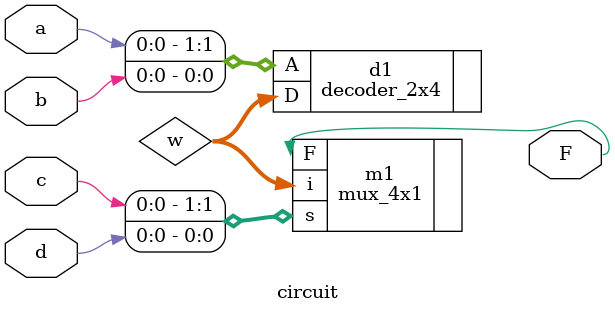
<source format=v>
module circuit
(
    input a,            //decoder's first input
    input b,            //decoder's second input
    input c,            //multiplexer's first selector
    input d,            //multiplexer's second selctor
    output F

);

wire[3:0] w;            //a vector to connect decoder and multiplexer
mux_4x1 m1(.i(w), .s({c,d}), .F(F));        //mux initiation
decoder_2x4 d1(.A({a,b}), .D(w));           //decoder initiation



wire t1, t2, t3, t4;    //four wires to structural design approach
//used structural design approach here
and(t1, !a, !b, !c, !d);        //m0
and(t2, !a, b, !c, d);          //m5
and(t3, a, b, c, d);            //m15 
and(t4, a, !b, c, !d);          //m10
or(F3, t1, t2, t3, t4);         //function F


endmodule

</source>
